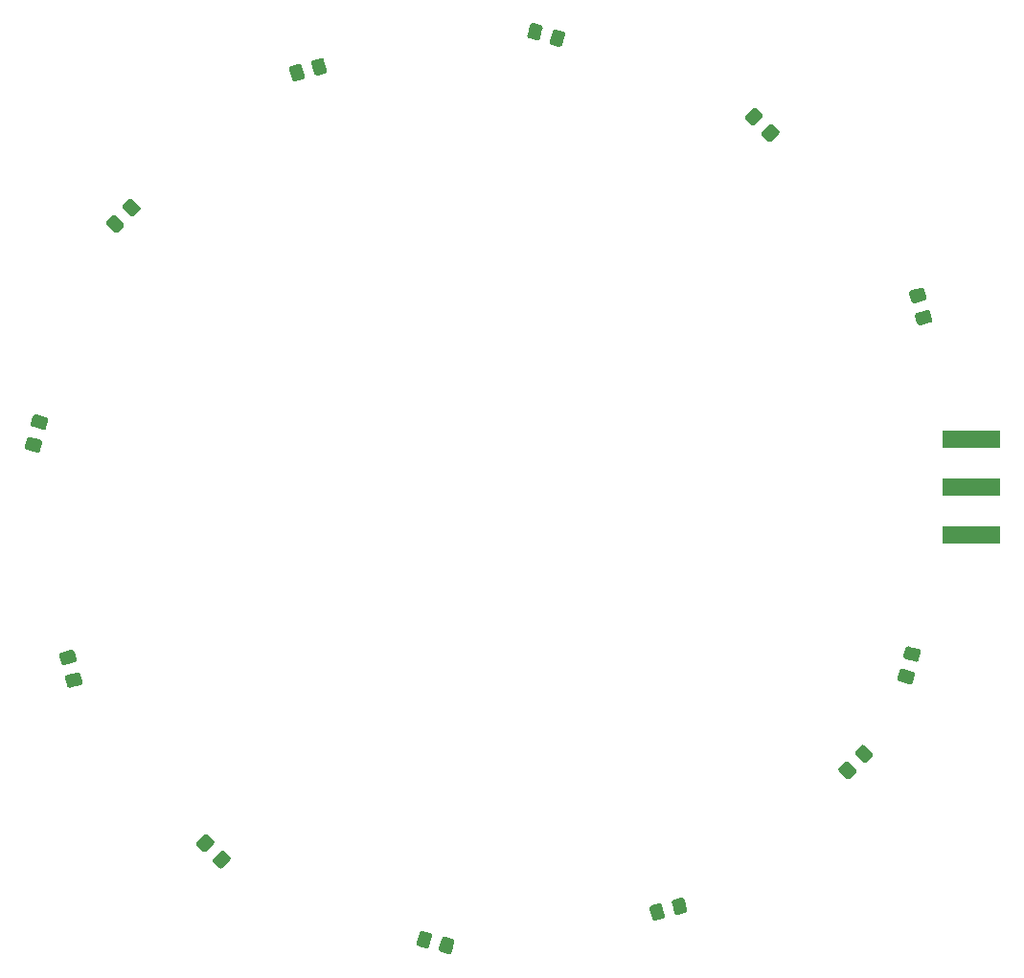
<source format=gbr>
G04 #@! TF.GenerationSoftware,KiCad,Pcbnew,5.1.5-52549c5~84~ubuntu18.04.1*
G04 #@! TF.CreationDate,2020-04-11T00:10:23+01:00*
G04 #@! TF.ProjectId,ambient,616d6269-656e-4742-9e6b-696361645f70,rev?*
G04 #@! TF.SameCoordinates,Original*
G04 #@! TF.FileFunction,Paste,Top*
G04 #@! TF.FilePolarity,Positive*
%FSLAX46Y46*%
G04 Gerber Fmt 4.6, Leading zero omitted, Abs format (unit mm)*
G04 Created by KiCad (PCBNEW 5.1.5-52549c5~84~ubuntu18.04.1) date 2020-04-11 00:10:23*
%MOMM*%
%LPD*%
G04 APERTURE LIST*
%ADD10C,0.100000*%
%ADD11R,5.080000X1.500000*%
G04 APERTURE END LIST*
D10*
G36*
X188663762Y-84321744D02*
G01*
X188687900Y-84326136D01*
X188711490Y-84332872D01*
X188734307Y-84341889D01*
X188756130Y-84353098D01*
X188776750Y-84366393D01*
X188795967Y-84381645D01*
X188813596Y-84398707D01*
X188829468Y-84417414D01*
X188843431Y-84437587D01*
X188855348Y-84459032D01*
X188865107Y-84481542D01*
X188872611Y-84504899D01*
X189040844Y-85132753D01*
X189046024Y-85156734D01*
X189048828Y-85181107D01*
X189049229Y-85205638D01*
X189047224Y-85230089D01*
X189042832Y-85254227D01*
X189036096Y-85277818D01*
X189027079Y-85300634D01*
X189015869Y-85322457D01*
X189002575Y-85343077D01*
X188987323Y-85362294D01*
X188970261Y-85379923D01*
X188951554Y-85395796D01*
X188931380Y-85409758D01*
X188909936Y-85421675D01*
X188887426Y-85431434D01*
X188864069Y-85438938D01*
X187994734Y-85671876D01*
X187970753Y-85677056D01*
X187946380Y-85679860D01*
X187921849Y-85680261D01*
X187897398Y-85678256D01*
X187873260Y-85673864D01*
X187849670Y-85667128D01*
X187826853Y-85658111D01*
X187805030Y-85646902D01*
X187784410Y-85633607D01*
X187765193Y-85618355D01*
X187747564Y-85601293D01*
X187731692Y-85582586D01*
X187717729Y-85562413D01*
X187705812Y-85540968D01*
X187696053Y-85518458D01*
X187688549Y-85495101D01*
X187520316Y-84867247D01*
X187515136Y-84843266D01*
X187512332Y-84818893D01*
X187511931Y-84794362D01*
X187513936Y-84769911D01*
X187518328Y-84745773D01*
X187525064Y-84722182D01*
X187534081Y-84699366D01*
X187545291Y-84677543D01*
X187558585Y-84656923D01*
X187573837Y-84637706D01*
X187590899Y-84620077D01*
X187609606Y-84604204D01*
X187629780Y-84590242D01*
X187651224Y-84578325D01*
X187673734Y-84568566D01*
X187697091Y-84561062D01*
X188566426Y-84328124D01*
X188590407Y-84322944D01*
X188614780Y-84320140D01*
X188639311Y-84319739D01*
X188663762Y-84321744D01*
G37*
G36*
X188133182Y-82341596D02*
G01*
X188157320Y-82345988D01*
X188180910Y-82352724D01*
X188203727Y-82361741D01*
X188225550Y-82372950D01*
X188246170Y-82386245D01*
X188265387Y-82401497D01*
X188283016Y-82418559D01*
X188298888Y-82437266D01*
X188312851Y-82457439D01*
X188324768Y-82478884D01*
X188334527Y-82501394D01*
X188342031Y-82524751D01*
X188510264Y-83152605D01*
X188515444Y-83176586D01*
X188518248Y-83200959D01*
X188518649Y-83225490D01*
X188516644Y-83249941D01*
X188512252Y-83274079D01*
X188505516Y-83297670D01*
X188496499Y-83320486D01*
X188485289Y-83342309D01*
X188471995Y-83362929D01*
X188456743Y-83382146D01*
X188439681Y-83399775D01*
X188420974Y-83415648D01*
X188400800Y-83429610D01*
X188379356Y-83441527D01*
X188356846Y-83451286D01*
X188333489Y-83458790D01*
X187464154Y-83691728D01*
X187440173Y-83696908D01*
X187415800Y-83699712D01*
X187391269Y-83700113D01*
X187366818Y-83698108D01*
X187342680Y-83693716D01*
X187319090Y-83686980D01*
X187296273Y-83677963D01*
X187274450Y-83666754D01*
X187253830Y-83653459D01*
X187234613Y-83638207D01*
X187216984Y-83621145D01*
X187201112Y-83602438D01*
X187187149Y-83582265D01*
X187175232Y-83560820D01*
X187165473Y-83538310D01*
X187157969Y-83514953D01*
X186989736Y-82887099D01*
X186984556Y-82863118D01*
X186981752Y-82838745D01*
X186981351Y-82814214D01*
X186983356Y-82789763D01*
X186987748Y-82765625D01*
X186994484Y-82742034D01*
X187003501Y-82719218D01*
X187014711Y-82697395D01*
X187028005Y-82676775D01*
X187043257Y-82657558D01*
X187060319Y-82639929D01*
X187079026Y-82624056D01*
X187099200Y-82610094D01*
X187120644Y-82598177D01*
X187143154Y-82588418D01*
X187166511Y-82580914D01*
X188035846Y-82347976D01*
X188059827Y-82342796D01*
X188084200Y-82339992D01*
X188108731Y-82339591D01*
X188133182Y-82341596D01*
G37*
G36*
X173378330Y-66418608D02*
G01*
X173402598Y-66422208D01*
X173426397Y-66428169D01*
X173449496Y-66436434D01*
X173471675Y-66446924D01*
X173492718Y-66459536D01*
X173512424Y-66474151D01*
X173530602Y-66490627D01*
X173990223Y-66950248D01*
X174006699Y-66968426D01*
X174021314Y-66988132D01*
X174033926Y-67009175D01*
X174044416Y-67031354D01*
X174052681Y-67054453D01*
X174058642Y-67078252D01*
X174062242Y-67102520D01*
X174063446Y-67127024D01*
X174062242Y-67151528D01*
X174058642Y-67175796D01*
X174052681Y-67199595D01*
X174044416Y-67222694D01*
X174033926Y-67244873D01*
X174021314Y-67265916D01*
X174006699Y-67285622D01*
X173990223Y-67303800D01*
X173353826Y-67940197D01*
X173335648Y-67956673D01*
X173315942Y-67971288D01*
X173294899Y-67983900D01*
X173272720Y-67994390D01*
X173249621Y-68002655D01*
X173225822Y-68008616D01*
X173201554Y-68012216D01*
X173177050Y-68013420D01*
X173152546Y-68012216D01*
X173128278Y-68008616D01*
X173104479Y-68002655D01*
X173081380Y-67994390D01*
X173059201Y-67983900D01*
X173038158Y-67971288D01*
X173018452Y-67956673D01*
X173000274Y-67940197D01*
X172540653Y-67480576D01*
X172524177Y-67462398D01*
X172509562Y-67442692D01*
X172496950Y-67421649D01*
X172486460Y-67399470D01*
X172478195Y-67376371D01*
X172472234Y-67352572D01*
X172468634Y-67328304D01*
X172467430Y-67303800D01*
X172468634Y-67279296D01*
X172472234Y-67255028D01*
X172478195Y-67231229D01*
X172486460Y-67208130D01*
X172496950Y-67185951D01*
X172509562Y-67164908D01*
X172524177Y-67145202D01*
X172540653Y-67127024D01*
X173177050Y-66490627D01*
X173195228Y-66474151D01*
X173214934Y-66459536D01*
X173235977Y-66446924D01*
X173258156Y-66436434D01*
X173281255Y-66428169D01*
X173305054Y-66422208D01*
X173329322Y-66418608D01*
X173353826Y-66417404D01*
X173378330Y-66418608D01*
G37*
G36*
X174827898Y-67868176D02*
G01*
X174852166Y-67871776D01*
X174875965Y-67877737D01*
X174899064Y-67886002D01*
X174921243Y-67896492D01*
X174942286Y-67909104D01*
X174961992Y-67923719D01*
X174980170Y-67940195D01*
X175439791Y-68399816D01*
X175456267Y-68417994D01*
X175470882Y-68437700D01*
X175483494Y-68458743D01*
X175493984Y-68480922D01*
X175502249Y-68504021D01*
X175508210Y-68527820D01*
X175511810Y-68552088D01*
X175513014Y-68576592D01*
X175511810Y-68601096D01*
X175508210Y-68625364D01*
X175502249Y-68649163D01*
X175493984Y-68672262D01*
X175483494Y-68694441D01*
X175470882Y-68715484D01*
X175456267Y-68735190D01*
X175439791Y-68753368D01*
X174803394Y-69389765D01*
X174785216Y-69406241D01*
X174765510Y-69420856D01*
X174744467Y-69433468D01*
X174722288Y-69443958D01*
X174699189Y-69452223D01*
X174675390Y-69458184D01*
X174651122Y-69461784D01*
X174626618Y-69462988D01*
X174602114Y-69461784D01*
X174577846Y-69458184D01*
X174554047Y-69452223D01*
X174530948Y-69443958D01*
X174508769Y-69433468D01*
X174487726Y-69420856D01*
X174468020Y-69406241D01*
X174449842Y-69389765D01*
X173990221Y-68930144D01*
X173973745Y-68911966D01*
X173959130Y-68892260D01*
X173946518Y-68871217D01*
X173936028Y-68849038D01*
X173927763Y-68825939D01*
X173921802Y-68802140D01*
X173918202Y-68777872D01*
X173916998Y-68753368D01*
X173918202Y-68728864D01*
X173921802Y-68704596D01*
X173927763Y-68680797D01*
X173936028Y-68657698D01*
X173946518Y-68635519D01*
X173959130Y-68614476D01*
X173973745Y-68594770D01*
X173990221Y-68576592D01*
X174626618Y-67940195D01*
X174644796Y-67923719D01*
X174664502Y-67909104D01*
X174685545Y-67896492D01*
X174707724Y-67886002D01*
X174730823Y-67877737D01*
X174754622Y-67871776D01*
X174778890Y-67868176D01*
X174803394Y-67866972D01*
X174827898Y-67868176D01*
G37*
G36*
X153734291Y-58950222D02*
G01*
X153758664Y-58953026D01*
X153782645Y-58958206D01*
X154410499Y-59126439D01*
X154433856Y-59133943D01*
X154456366Y-59143702D01*
X154477810Y-59155619D01*
X154497984Y-59169581D01*
X154516691Y-59185454D01*
X154533753Y-59203083D01*
X154549005Y-59222300D01*
X154562299Y-59242920D01*
X154573509Y-59264743D01*
X154582526Y-59287559D01*
X154589262Y-59311150D01*
X154593654Y-59335288D01*
X154595659Y-59359739D01*
X154595258Y-59384270D01*
X154592454Y-59408643D01*
X154587274Y-59432624D01*
X154354336Y-60301959D01*
X154346832Y-60325316D01*
X154337073Y-60347826D01*
X154325156Y-60369271D01*
X154311193Y-60389444D01*
X154295321Y-60408151D01*
X154277692Y-60425213D01*
X154258475Y-60440465D01*
X154237855Y-60453760D01*
X154216032Y-60464969D01*
X154193215Y-60473986D01*
X154169625Y-60480722D01*
X154145487Y-60485114D01*
X154121036Y-60487119D01*
X154096505Y-60486718D01*
X154072132Y-60483914D01*
X154048151Y-60478734D01*
X153420297Y-60310501D01*
X153396940Y-60302997D01*
X153374430Y-60293238D01*
X153352986Y-60281321D01*
X153332812Y-60267359D01*
X153314105Y-60251486D01*
X153297043Y-60233857D01*
X153281791Y-60214640D01*
X153268497Y-60194020D01*
X153257287Y-60172197D01*
X153248270Y-60149381D01*
X153241534Y-60125790D01*
X153237142Y-60101652D01*
X153235137Y-60077201D01*
X153235538Y-60052670D01*
X153238342Y-60028297D01*
X153243522Y-60004316D01*
X153476460Y-59134981D01*
X153483964Y-59111624D01*
X153493723Y-59089114D01*
X153505640Y-59067669D01*
X153519603Y-59047496D01*
X153535475Y-59028789D01*
X153553104Y-59011727D01*
X153572321Y-58996475D01*
X153592941Y-58983180D01*
X153614764Y-58971971D01*
X153637581Y-58962954D01*
X153661171Y-58956218D01*
X153685309Y-58951826D01*
X153709760Y-58949821D01*
X153734291Y-58950222D01*
G37*
G36*
X155714439Y-59480802D02*
G01*
X155738812Y-59483606D01*
X155762793Y-59488786D01*
X156390647Y-59657019D01*
X156414004Y-59664523D01*
X156436514Y-59674282D01*
X156457958Y-59686199D01*
X156478132Y-59700161D01*
X156496839Y-59716034D01*
X156513901Y-59733663D01*
X156529153Y-59752880D01*
X156542447Y-59773500D01*
X156553657Y-59795323D01*
X156562674Y-59818139D01*
X156569410Y-59841730D01*
X156573802Y-59865868D01*
X156575807Y-59890319D01*
X156575406Y-59914850D01*
X156572602Y-59939223D01*
X156567422Y-59963204D01*
X156334484Y-60832539D01*
X156326980Y-60855896D01*
X156317221Y-60878406D01*
X156305304Y-60899851D01*
X156291341Y-60920024D01*
X156275469Y-60938731D01*
X156257840Y-60955793D01*
X156238623Y-60971045D01*
X156218003Y-60984340D01*
X156196180Y-60995549D01*
X156173363Y-61004566D01*
X156149773Y-61011302D01*
X156125635Y-61015694D01*
X156101184Y-61017699D01*
X156076653Y-61017298D01*
X156052280Y-61014494D01*
X156028299Y-61009314D01*
X155400445Y-60841081D01*
X155377088Y-60833577D01*
X155354578Y-60823818D01*
X155333134Y-60811901D01*
X155312960Y-60797939D01*
X155294253Y-60782066D01*
X155277191Y-60764437D01*
X155261939Y-60745220D01*
X155248645Y-60724600D01*
X155237435Y-60702777D01*
X155228418Y-60679961D01*
X155221682Y-60656370D01*
X155217290Y-60632232D01*
X155215285Y-60607781D01*
X155215686Y-60583250D01*
X155218490Y-60558877D01*
X155223670Y-60534896D01*
X155456608Y-59665561D01*
X155464112Y-59642204D01*
X155473871Y-59619694D01*
X155485788Y-59598249D01*
X155499751Y-59578076D01*
X155515623Y-59559369D01*
X155533252Y-59542307D01*
X155552469Y-59527055D01*
X155573089Y-59513760D01*
X155594912Y-59502551D01*
X155617729Y-59493534D01*
X155641319Y-59486798D01*
X155665457Y-59482406D01*
X155689908Y-59480401D01*
X155714439Y-59480802D01*
G37*
G36*
X133084587Y-62550407D02*
G01*
X133108725Y-62554799D01*
X133132316Y-62561535D01*
X133155132Y-62570552D01*
X133176955Y-62581762D01*
X133197575Y-62595056D01*
X133216792Y-62610308D01*
X133234421Y-62627370D01*
X133250294Y-62646077D01*
X133264256Y-62666251D01*
X133276173Y-62687695D01*
X133285932Y-62710205D01*
X133293436Y-62733562D01*
X133526374Y-63602897D01*
X133531554Y-63626878D01*
X133534358Y-63651251D01*
X133534759Y-63675782D01*
X133532754Y-63700233D01*
X133528362Y-63724371D01*
X133521626Y-63747961D01*
X133512609Y-63770778D01*
X133501400Y-63792601D01*
X133488105Y-63813221D01*
X133472853Y-63832438D01*
X133455791Y-63850067D01*
X133437084Y-63865939D01*
X133416911Y-63879902D01*
X133395466Y-63891819D01*
X133372956Y-63901578D01*
X133349599Y-63909082D01*
X132721745Y-64077315D01*
X132697764Y-64082495D01*
X132673391Y-64085299D01*
X132648860Y-64085700D01*
X132624409Y-64083695D01*
X132600271Y-64079303D01*
X132576680Y-64072567D01*
X132553864Y-64063550D01*
X132532041Y-64052340D01*
X132511421Y-64039046D01*
X132492204Y-64023794D01*
X132474575Y-64006732D01*
X132458702Y-63988025D01*
X132444740Y-63967851D01*
X132432823Y-63946407D01*
X132423064Y-63923897D01*
X132415560Y-63900540D01*
X132182622Y-63031205D01*
X132177442Y-63007224D01*
X132174638Y-62982851D01*
X132174237Y-62958320D01*
X132176242Y-62933869D01*
X132180634Y-62909731D01*
X132187370Y-62886141D01*
X132196387Y-62863324D01*
X132207596Y-62841501D01*
X132220891Y-62820881D01*
X132236143Y-62801664D01*
X132253205Y-62784035D01*
X132271912Y-62768163D01*
X132292085Y-62754200D01*
X132313530Y-62742283D01*
X132336040Y-62732524D01*
X132359397Y-62725020D01*
X132987251Y-62556787D01*
X133011232Y-62551607D01*
X133035605Y-62548803D01*
X133060136Y-62548402D01*
X133084587Y-62550407D01*
G37*
G36*
X135064735Y-62019827D02*
G01*
X135088873Y-62024219D01*
X135112464Y-62030955D01*
X135135280Y-62039972D01*
X135157103Y-62051182D01*
X135177723Y-62064476D01*
X135196940Y-62079728D01*
X135214569Y-62096790D01*
X135230442Y-62115497D01*
X135244404Y-62135671D01*
X135256321Y-62157115D01*
X135266080Y-62179625D01*
X135273584Y-62202982D01*
X135506522Y-63072317D01*
X135511702Y-63096298D01*
X135514506Y-63120671D01*
X135514907Y-63145202D01*
X135512902Y-63169653D01*
X135508510Y-63193791D01*
X135501774Y-63217381D01*
X135492757Y-63240198D01*
X135481548Y-63262021D01*
X135468253Y-63282641D01*
X135453001Y-63301858D01*
X135435939Y-63319487D01*
X135417232Y-63335359D01*
X135397059Y-63349322D01*
X135375614Y-63361239D01*
X135353104Y-63370998D01*
X135329747Y-63378502D01*
X134701893Y-63546735D01*
X134677912Y-63551915D01*
X134653539Y-63554719D01*
X134629008Y-63555120D01*
X134604557Y-63553115D01*
X134580419Y-63548723D01*
X134556828Y-63541987D01*
X134534012Y-63532970D01*
X134512189Y-63521760D01*
X134491569Y-63508466D01*
X134472352Y-63493214D01*
X134454723Y-63476152D01*
X134438850Y-63457445D01*
X134424888Y-63437271D01*
X134412971Y-63415827D01*
X134403212Y-63393317D01*
X134395708Y-63369960D01*
X134162770Y-62500625D01*
X134157590Y-62476644D01*
X134154786Y-62452271D01*
X134154385Y-62427740D01*
X134156390Y-62403289D01*
X134160782Y-62379151D01*
X134167518Y-62355561D01*
X134176535Y-62332744D01*
X134187744Y-62310921D01*
X134201039Y-62290301D01*
X134216291Y-62271084D01*
X134233353Y-62253455D01*
X134252060Y-62237583D01*
X134272233Y-62223620D01*
X134293678Y-62211703D01*
X134316188Y-62201944D01*
X134339545Y-62194440D01*
X134967399Y-62026207D01*
X134991380Y-62021027D01*
X135015753Y-62018223D01*
X135040284Y-62017822D01*
X135064735Y-62019827D01*
G37*
G36*
X116732969Y-75907428D02*
G01*
X116757237Y-75911028D01*
X116781036Y-75916989D01*
X116804135Y-75925254D01*
X116826314Y-75935744D01*
X116847357Y-75948356D01*
X116867063Y-75962971D01*
X116885241Y-75979447D01*
X117521638Y-76615844D01*
X117538114Y-76634022D01*
X117552729Y-76653728D01*
X117565341Y-76674771D01*
X117575831Y-76696950D01*
X117584096Y-76720049D01*
X117590057Y-76743848D01*
X117593657Y-76768116D01*
X117594861Y-76792620D01*
X117593657Y-76817124D01*
X117590057Y-76841392D01*
X117584096Y-76865191D01*
X117575831Y-76888290D01*
X117565341Y-76910469D01*
X117552729Y-76931512D01*
X117538114Y-76951218D01*
X117521638Y-76969396D01*
X117062017Y-77429017D01*
X117043839Y-77445493D01*
X117024133Y-77460108D01*
X117003090Y-77472720D01*
X116980911Y-77483210D01*
X116957812Y-77491475D01*
X116934013Y-77497436D01*
X116909745Y-77501036D01*
X116885241Y-77502240D01*
X116860737Y-77501036D01*
X116836469Y-77497436D01*
X116812670Y-77491475D01*
X116789571Y-77483210D01*
X116767392Y-77472720D01*
X116746349Y-77460108D01*
X116726643Y-77445493D01*
X116708465Y-77429017D01*
X116072068Y-76792620D01*
X116055592Y-76774442D01*
X116040977Y-76754736D01*
X116028365Y-76733693D01*
X116017875Y-76711514D01*
X116009610Y-76688415D01*
X116003649Y-76664616D01*
X116000049Y-76640348D01*
X115998845Y-76615844D01*
X116000049Y-76591340D01*
X116003649Y-76567072D01*
X116009610Y-76543273D01*
X116017875Y-76520174D01*
X116028365Y-76497995D01*
X116040977Y-76476952D01*
X116055592Y-76457246D01*
X116072068Y-76439068D01*
X116531689Y-75979447D01*
X116549867Y-75962971D01*
X116569573Y-75948356D01*
X116590616Y-75935744D01*
X116612795Y-75925254D01*
X116635894Y-75916989D01*
X116659693Y-75911028D01*
X116683961Y-75907428D01*
X116708465Y-75906224D01*
X116732969Y-75907428D01*
G37*
G36*
X118182537Y-74457860D02*
G01*
X118206805Y-74461460D01*
X118230604Y-74467421D01*
X118253703Y-74475686D01*
X118275882Y-74486176D01*
X118296925Y-74498788D01*
X118316631Y-74513403D01*
X118334809Y-74529879D01*
X118971206Y-75166276D01*
X118987682Y-75184454D01*
X119002297Y-75204160D01*
X119014909Y-75225203D01*
X119025399Y-75247382D01*
X119033664Y-75270481D01*
X119039625Y-75294280D01*
X119043225Y-75318548D01*
X119044429Y-75343052D01*
X119043225Y-75367556D01*
X119039625Y-75391824D01*
X119033664Y-75415623D01*
X119025399Y-75438722D01*
X119014909Y-75460901D01*
X119002297Y-75481944D01*
X118987682Y-75501650D01*
X118971206Y-75519828D01*
X118511585Y-75979449D01*
X118493407Y-75995925D01*
X118473701Y-76010540D01*
X118452658Y-76023152D01*
X118430479Y-76033642D01*
X118407380Y-76041907D01*
X118383581Y-76047868D01*
X118359313Y-76051468D01*
X118334809Y-76052672D01*
X118310305Y-76051468D01*
X118286037Y-76047868D01*
X118262238Y-76041907D01*
X118239139Y-76033642D01*
X118216960Y-76023152D01*
X118195917Y-76010540D01*
X118176211Y-75995925D01*
X118158033Y-75979449D01*
X117521636Y-75343052D01*
X117505160Y-75324874D01*
X117490545Y-75305168D01*
X117477933Y-75284125D01*
X117467443Y-75261946D01*
X117459178Y-75238847D01*
X117453217Y-75215048D01*
X117449617Y-75190780D01*
X117448413Y-75166276D01*
X117449617Y-75141772D01*
X117453217Y-75117504D01*
X117459178Y-75093705D01*
X117467443Y-75070606D01*
X117477933Y-75048427D01*
X117490545Y-75027384D01*
X117505160Y-75007678D01*
X117521636Y-74989500D01*
X117981257Y-74529879D01*
X117999435Y-74513403D01*
X118019141Y-74498788D01*
X118040184Y-74486176D01*
X118062363Y-74475686D01*
X118085462Y-74467421D01*
X118109261Y-74461460D01*
X118133529Y-74457860D01*
X118158033Y-74456656D01*
X118182537Y-74457860D01*
G37*
G36*
X109271897Y-95551189D02*
G01*
X109296270Y-95553993D01*
X109320251Y-95559173D01*
X110189586Y-95792111D01*
X110212943Y-95799615D01*
X110235453Y-95809374D01*
X110256898Y-95821291D01*
X110277071Y-95835254D01*
X110295778Y-95851126D01*
X110312840Y-95868755D01*
X110328092Y-95887972D01*
X110341387Y-95908592D01*
X110352596Y-95930415D01*
X110361613Y-95953232D01*
X110368349Y-95976822D01*
X110372741Y-96000960D01*
X110374746Y-96025411D01*
X110374345Y-96049942D01*
X110371541Y-96074315D01*
X110366361Y-96098296D01*
X110198128Y-96726150D01*
X110190624Y-96749507D01*
X110180865Y-96772017D01*
X110168948Y-96793461D01*
X110154986Y-96813635D01*
X110139113Y-96832342D01*
X110121484Y-96849404D01*
X110102267Y-96864656D01*
X110081647Y-96877950D01*
X110059824Y-96889160D01*
X110037008Y-96898177D01*
X110013417Y-96904913D01*
X109989279Y-96909305D01*
X109964828Y-96911310D01*
X109940297Y-96910909D01*
X109915924Y-96908105D01*
X109891943Y-96902925D01*
X109022608Y-96669987D01*
X108999251Y-96662483D01*
X108976741Y-96652724D01*
X108955296Y-96640807D01*
X108935123Y-96626844D01*
X108916416Y-96610972D01*
X108899354Y-96593343D01*
X108884102Y-96574126D01*
X108870807Y-96553506D01*
X108859598Y-96531683D01*
X108850581Y-96508866D01*
X108843845Y-96485276D01*
X108839453Y-96461138D01*
X108837448Y-96436687D01*
X108837849Y-96412156D01*
X108840653Y-96387783D01*
X108845833Y-96363802D01*
X109014066Y-95735948D01*
X109021570Y-95712591D01*
X109031329Y-95690081D01*
X109043246Y-95668637D01*
X109057208Y-95648463D01*
X109073081Y-95629756D01*
X109090710Y-95612694D01*
X109109927Y-95597442D01*
X109130547Y-95584148D01*
X109152370Y-95572938D01*
X109175186Y-95563921D01*
X109198777Y-95557185D01*
X109222915Y-95552793D01*
X109247366Y-95550788D01*
X109271897Y-95551189D01*
G37*
G36*
X109802477Y-93571041D02*
G01*
X109826850Y-93573845D01*
X109850831Y-93579025D01*
X110720166Y-93811963D01*
X110743523Y-93819467D01*
X110766033Y-93829226D01*
X110787478Y-93841143D01*
X110807651Y-93855106D01*
X110826358Y-93870978D01*
X110843420Y-93888607D01*
X110858672Y-93907824D01*
X110871967Y-93928444D01*
X110883176Y-93950267D01*
X110892193Y-93973084D01*
X110898929Y-93996674D01*
X110903321Y-94020812D01*
X110905326Y-94045263D01*
X110904925Y-94069794D01*
X110902121Y-94094167D01*
X110896941Y-94118148D01*
X110728708Y-94746002D01*
X110721204Y-94769359D01*
X110711445Y-94791869D01*
X110699528Y-94813313D01*
X110685566Y-94833487D01*
X110669693Y-94852194D01*
X110652064Y-94869256D01*
X110632847Y-94884508D01*
X110612227Y-94897802D01*
X110590404Y-94909012D01*
X110567588Y-94918029D01*
X110543997Y-94924765D01*
X110519859Y-94929157D01*
X110495408Y-94931162D01*
X110470877Y-94930761D01*
X110446504Y-94927957D01*
X110422523Y-94922777D01*
X109553188Y-94689839D01*
X109529831Y-94682335D01*
X109507321Y-94672576D01*
X109485876Y-94660659D01*
X109465703Y-94646696D01*
X109446996Y-94630824D01*
X109429934Y-94613195D01*
X109414682Y-94593978D01*
X109401387Y-94573358D01*
X109390178Y-94551535D01*
X109381161Y-94528718D01*
X109374425Y-94505128D01*
X109370033Y-94480990D01*
X109368028Y-94456539D01*
X109368429Y-94432008D01*
X109371233Y-94407635D01*
X109376413Y-94383654D01*
X109544646Y-93755800D01*
X109552150Y-93732443D01*
X109561909Y-93709933D01*
X109573826Y-93688489D01*
X109587788Y-93668315D01*
X109603661Y-93649608D01*
X109621290Y-93632546D01*
X109640507Y-93617294D01*
X109661127Y-93604000D01*
X109682950Y-93592790D01*
X109705766Y-93583773D01*
X109729357Y-93577037D01*
X109753495Y-93572645D01*
X109777946Y-93570640D01*
X109802477Y-93571041D01*
G37*
G36*
X113523156Y-116372211D02*
G01*
X113547294Y-116376603D01*
X113570884Y-116383339D01*
X113593701Y-116392356D01*
X113615524Y-116403565D01*
X113636144Y-116416860D01*
X113655361Y-116432112D01*
X113672990Y-116449174D01*
X113688862Y-116467881D01*
X113702825Y-116488054D01*
X113714742Y-116509499D01*
X113724501Y-116532009D01*
X113732005Y-116555366D01*
X113900238Y-117183220D01*
X113905418Y-117207201D01*
X113908222Y-117231574D01*
X113908623Y-117256105D01*
X113906618Y-117280556D01*
X113902226Y-117304694D01*
X113895490Y-117328285D01*
X113886473Y-117351101D01*
X113875263Y-117372924D01*
X113861969Y-117393544D01*
X113846717Y-117412761D01*
X113829655Y-117430390D01*
X113810948Y-117446263D01*
X113790774Y-117460225D01*
X113769330Y-117472142D01*
X113746820Y-117481901D01*
X113723463Y-117489405D01*
X112854128Y-117722343D01*
X112830147Y-117727523D01*
X112805774Y-117730327D01*
X112781243Y-117730728D01*
X112756792Y-117728723D01*
X112732654Y-117724331D01*
X112709064Y-117717595D01*
X112686247Y-117708578D01*
X112664424Y-117697369D01*
X112643804Y-117684074D01*
X112624587Y-117668822D01*
X112606958Y-117651760D01*
X112591086Y-117633053D01*
X112577123Y-117612880D01*
X112565206Y-117591435D01*
X112555447Y-117568925D01*
X112547943Y-117545568D01*
X112379710Y-116917714D01*
X112374530Y-116893733D01*
X112371726Y-116869360D01*
X112371325Y-116844829D01*
X112373330Y-116820378D01*
X112377722Y-116796240D01*
X112384458Y-116772649D01*
X112393475Y-116749833D01*
X112404685Y-116728010D01*
X112417979Y-116707390D01*
X112433231Y-116688173D01*
X112450293Y-116670544D01*
X112469000Y-116654671D01*
X112489174Y-116640709D01*
X112510618Y-116628792D01*
X112533128Y-116619033D01*
X112556485Y-116611529D01*
X113425820Y-116378591D01*
X113449801Y-116373411D01*
X113474174Y-116370607D01*
X113498705Y-116370206D01*
X113523156Y-116372211D01*
G37*
G36*
X112992576Y-114392063D02*
G01*
X113016714Y-114396455D01*
X113040304Y-114403191D01*
X113063121Y-114412208D01*
X113084944Y-114423417D01*
X113105564Y-114436712D01*
X113124781Y-114451964D01*
X113142410Y-114469026D01*
X113158282Y-114487733D01*
X113172245Y-114507906D01*
X113184162Y-114529351D01*
X113193921Y-114551861D01*
X113201425Y-114575218D01*
X113369658Y-115203072D01*
X113374838Y-115227053D01*
X113377642Y-115251426D01*
X113378043Y-115275957D01*
X113376038Y-115300408D01*
X113371646Y-115324546D01*
X113364910Y-115348137D01*
X113355893Y-115370953D01*
X113344683Y-115392776D01*
X113331389Y-115413396D01*
X113316137Y-115432613D01*
X113299075Y-115450242D01*
X113280368Y-115466115D01*
X113260194Y-115480077D01*
X113238750Y-115491994D01*
X113216240Y-115501753D01*
X113192883Y-115509257D01*
X112323548Y-115742195D01*
X112299567Y-115747375D01*
X112275194Y-115750179D01*
X112250663Y-115750580D01*
X112226212Y-115748575D01*
X112202074Y-115744183D01*
X112178484Y-115737447D01*
X112155667Y-115728430D01*
X112133844Y-115717221D01*
X112113224Y-115703926D01*
X112094007Y-115688674D01*
X112076378Y-115671612D01*
X112060506Y-115652905D01*
X112046543Y-115632732D01*
X112034626Y-115611287D01*
X112024867Y-115588777D01*
X112017363Y-115565420D01*
X111849130Y-114937566D01*
X111843950Y-114913585D01*
X111841146Y-114889212D01*
X111840745Y-114864681D01*
X111842750Y-114840230D01*
X111847142Y-114816092D01*
X111853878Y-114792501D01*
X111862895Y-114769685D01*
X111874105Y-114747862D01*
X111887399Y-114727242D01*
X111902651Y-114708025D01*
X111919713Y-114690396D01*
X111938420Y-114674523D01*
X111958594Y-114660561D01*
X111980038Y-114648644D01*
X112002548Y-114638885D01*
X112025905Y-114631381D01*
X112895240Y-114398443D01*
X112919221Y-114393263D01*
X112943594Y-114390459D01*
X112968125Y-114390058D01*
X112992576Y-114392063D01*
G37*
G36*
X126333860Y-132134531D02*
G01*
X126358128Y-132138131D01*
X126381927Y-132144092D01*
X126405026Y-132152357D01*
X126427205Y-132162847D01*
X126448248Y-132175459D01*
X126467954Y-132190074D01*
X126486132Y-132206550D01*
X126945753Y-132666171D01*
X126962229Y-132684349D01*
X126976844Y-132704055D01*
X126989456Y-132725098D01*
X126999946Y-132747277D01*
X127008211Y-132770376D01*
X127014172Y-132794175D01*
X127017772Y-132818443D01*
X127018976Y-132842947D01*
X127017772Y-132867451D01*
X127014172Y-132891719D01*
X127008211Y-132915518D01*
X126999946Y-132938617D01*
X126989456Y-132960796D01*
X126976844Y-132981839D01*
X126962229Y-133001545D01*
X126945753Y-133019723D01*
X126309356Y-133656120D01*
X126291178Y-133672596D01*
X126271472Y-133687211D01*
X126250429Y-133699823D01*
X126228250Y-133710313D01*
X126205151Y-133718578D01*
X126181352Y-133724539D01*
X126157084Y-133728139D01*
X126132580Y-133729343D01*
X126108076Y-133728139D01*
X126083808Y-133724539D01*
X126060009Y-133718578D01*
X126036910Y-133710313D01*
X126014731Y-133699823D01*
X125993688Y-133687211D01*
X125973982Y-133672596D01*
X125955804Y-133656120D01*
X125496183Y-133196499D01*
X125479707Y-133178321D01*
X125465092Y-133158615D01*
X125452480Y-133137572D01*
X125441990Y-133115393D01*
X125433725Y-133092294D01*
X125427764Y-133068495D01*
X125424164Y-133044227D01*
X125422960Y-133019723D01*
X125424164Y-132995219D01*
X125427764Y-132970951D01*
X125433725Y-132947152D01*
X125441990Y-132924053D01*
X125452480Y-132901874D01*
X125465092Y-132880831D01*
X125479707Y-132861125D01*
X125496183Y-132842947D01*
X126132580Y-132206550D01*
X126150758Y-132190074D01*
X126170464Y-132175459D01*
X126191507Y-132162847D01*
X126213686Y-132152357D01*
X126236785Y-132144092D01*
X126260584Y-132138131D01*
X126284852Y-132134531D01*
X126309356Y-132133327D01*
X126333860Y-132134531D01*
G37*
G36*
X124884292Y-130684963D02*
G01*
X124908560Y-130688563D01*
X124932359Y-130694524D01*
X124955458Y-130702789D01*
X124977637Y-130713279D01*
X124998680Y-130725891D01*
X125018386Y-130740506D01*
X125036564Y-130756982D01*
X125496185Y-131216603D01*
X125512661Y-131234781D01*
X125527276Y-131254487D01*
X125539888Y-131275530D01*
X125550378Y-131297709D01*
X125558643Y-131320808D01*
X125564604Y-131344607D01*
X125568204Y-131368875D01*
X125569408Y-131393379D01*
X125568204Y-131417883D01*
X125564604Y-131442151D01*
X125558643Y-131465950D01*
X125550378Y-131489049D01*
X125539888Y-131511228D01*
X125527276Y-131532271D01*
X125512661Y-131551977D01*
X125496185Y-131570155D01*
X124859788Y-132206552D01*
X124841610Y-132223028D01*
X124821904Y-132237643D01*
X124800861Y-132250255D01*
X124778682Y-132260745D01*
X124755583Y-132269010D01*
X124731784Y-132274971D01*
X124707516Y-132278571D01*
X124683012Y-132279775D01*
X124658508Y-132278571D01*
X124634240Y-132274971D01*
X124610441Y-132269010D01*
X124587342Y-132260745D01*
X124565163Y-132250255D01*
X124544120Y-132237643D01*
X124524414Y-132223028D01*
X124506236Y-132206552D01*
X124046615Y-131746931D01*
X124030139Y-131728753D01*
X124015524Y-131709047D01*
X124002912Y-131688004D01*
X123992422Y-131665825D01*
X123984157Y-131642726D01*
X123978196Y-131618927D01*
X123974596Y-131594659D01*
X123973392Y-131570155D01*
X123974596Y-131545651D01*
X123978196Y-131521383D01*
X123984157Y-131497584D01*
X123992422Y-131474485D01*
X124002912Y-131452306D01*
X124015524Y-131431263D01*
X124030139Y-131411557D01*
X124046615Y-131393379D01*
X124683012Y-130756982D01*
X124701190Y-130740506D01*
X124720896Y-130725891D01*
X124741939Y-130713279D01*
X124764118Y-130702789D01*
X124787217Y-130694524D01*
X124811016Y-130688563D01*
X124835284Y-130684963D01*
X124859788Y-130683759D01*
X124884292Y-130684963D01*
G37*
G36*
X145937569Y-139772101D02*
G01*
X145961942Y-139774905D01*
X145985923Y-139780085D01*
X146613777Y-139948318D01*
X146637134Y-139955822D01*
X146659644Y-139965581D01*
X146681088Y-139977498D01*
X146701262Y-139991460D01*
X146719969Y-140007333D01*
X146737031Y-140024962D01*
X146752283Y-140044179D01*
X146765577Y-140064799D01*
X146776787Y-140086622D01*
X146785804Y-140109438D01*
X146792540Y-140133029D01*
X146796932Y-140157167D01*
X146798937Y-140181618D01*
X146798536Y-140206149D01*
X146795732Y-140230522D01*
X146790552Y-140254503D01*
X146557614Y-141123838D01*
X146550110Y-141147195D01*
X146540351Y-141169705D01*
X146528434Y-141191150D01*
X146514471Y-141211323D01*
X146498599Y-141230030D01*
X146480970Y-141247092D01*
X146461753Y-141262344D01*
X146441133Y-141275639D01*
X146419310Y-141286848D01*
X146396493Y-141295865D01*
X146372903Y-141302601D01*
X146348765Y-141306993D01*
X146324314Y-141308998D01*
X146299783Y-141308597D01*
X146275410Y-141305793D01*
X146251429Y-141300613D01*
X145623575Y-141132380D01*
X145600218Y-141124876D01*
X145577708Y-141115117D01*
X145556264Y-141103200D01*
X145536090Y-141089238D01*
X145517383Y-141073365D01*
X145500321Y-141055736D01*
X145485069Y-141036519D01*
X145471775Y-141015899D01*
X145460565Y-140994076D01*
X145451548Y-140971260D01*
X145444812Y-140947669D01*
X145440420Y-140923531D01*
X145438415Y-140899080D01*
X145438816Y-140874549D01*
X145441620Y-140850176D01*
X145446800Y-140826195D01*
X145679738Y-139956860D01*
X145687242Y-139933503D01*
X145697001Y-139910993D01*
X145708918Y-139889548D01*
X145722881Y-139869375D01*
X145738753Y-139850668D01*
X145756382Y-139833606D01*
X145775599Y-139818354D01*
X145796219Y-139805059D01*
X145818042Y-139793850D01*
X145840859Y-139784833D01*
X145864449Y-139778097D01*
X145888587Y-139773705D01*
X145913038Y-139771700D01*
X145937569Y-139772101D01*
G37*
G36*
X143957421Y-139241521D02*
G01*
X143981794Y-139244325D01*
X144005775Y-139249505D01*
X144633629Y-139417738D01*
X144656986Y-139425242D01*
X144679496Y-139435001D01*
X144700940Y-139446918D01*
X144721114Y-139460880D01*
X144739821Y-139476753D01*
X144756883Y-139494382D01*
X144772135Y-139513599D01*
X144785429Y-139534219D01*
X144796639Y-139556042D01*
X144805656Y-139578858D01*
X144812392Y-139602449D01*
X144816784Y-139626587D01*
X144818789Y-139651038D01*
X144818388Y-139675569D01*
X144815584Y-139699942D01*
X144810404Y-139723923D01*
X144577466Y-140593258D01*
X144569962Y-140616615D01*
X144560203Y-140639125D01*
X144548286Y-140660570D01*
X144534323Y-140680743D01*
X144518451Y-140699450D01*
X144500822Y-140716512D01*
X144481605Y-140731764D01*
X144460985Y-140745059D01*
X144439162Y-140756268D01*
X144416345Y-140765285D01*
X144392755Y-140772021D01*
X144368617Y-140776413D01*
X144344166Y-140778418D01*
X144319635Y-140778017D01*
X144295262Y-140775213D01*
X144271281Y-140770033D01*
X143643427Y-140601800D01*
X143620070Y-140594296D01*
X143597560Y-140584537D01*
X143576116Y-140572620D01*
X143555942Y-140558658D01*
X143537235Y-140542785D01*
X143520173Y-140525156D01*
X143504921Y-140505939D01*
X143491627Y-140485319D01*
X143480417Y-140463496D01*
X143471400Y-140440680D01*
X143464664Y-140417089D01*
X143460272Y-140392951D01*
X143458267Y-140368500D01*
X143458668Y-140343969D01*
X143461472Y-140319596D01*
X143466652Y-140295615D01*
X143699590Y-139426280D01*
X143707094Y-139402923D01*
X143716853Y-139380413D01*
X143728770Y-139358968D01*
X143742733Y-139338795D01*
X143758605Y-139320088D01*
X143776234Y-139303026D01*
X143795451Y-139287774D01*
X143816071Y-139274479D01*
X143837894Y-139263270D01*
X143860711Y-139254253D01*
X143884301Y-139247517D01*
X143908439Y-139243125D01*
X143932890Y-139241120D01*
X143957421Y-139241521D01*
G37*
G36*
X164946554Y-136835113D02*
G01*
X164970692Y-136839505D01*
X164994283Y-136846241D01*
X165017099Y-136855258D01*
X165038922Y-136866468D01*
X165059542Y-136879762D01*
X165078759Y-136895014D01*
X165096388Y-136912076D01*
X165112261Y-136930783D01*
X165126223Y-136950957D01*
X165138140Y-136972401D01*
X165147899Y-136994911D01*
X165155403Y-137018268D01*
X165388341Y-137887603D01*
X165393521Y-137911584D01*
X165396325Y-137935957D01*
X165396726Y-137960488D01*
X165394721Y-137984939D01*
X165390329Y-138009077D01*
X165383593Y-138032667D01*
X165374576Y-138055484D01*
X165363367Y-138077307D01*
X165350072Y-138097927D01*
X165334820Y-138117144D01*
X165317758Y-138134773D01*
X165299051Y-138150645D01*
X165278878Y-138164608D01*
X165257433Y-138176525D01*
X165234923Y-138186284D01*
X165211566Y-138193788D01*
X164583712Y-138362021D01*
X164559731Y-138367201D01*
X164535358Y-138370005D01*
X164510827Y-138370406D01*
X164486376Y-138368401D01*
X164462238Y-138364009D01*
X164438647Y-138357273D01*
X164415831Y-138348256D01*
X164394008Y-138337046D01*
X164373388Y-138323752D01*
X164354171Y-138308500D01*
X164336542Y-138291438D01*
X164320669Y-138272731D01*
X164306707Y-138252557D01*
X164294790Y-138231113D01*
X164285031Y-138208603D01*
X164277527Y-138185246D01*
X164044589Y-137315911D01*
X164039409Y-137291930D01*
X164036605Y-137267557D01*
X164036204Y-137243026D01*
X164038209Y-137218575D01*
X164042601Y-137194437D01*
X164049337Y-137170847D01*
X164058354Y-137148030D01*
X164069563Y-137126207D01*
X164082858Y-137105587D01*
X164098110Y-137086370D01*
X164115172Y-137068741D01*
X164133879Y-137052869D01*
X164154052Y-137038906D01*
X164175497Y-137026989D01*
X164198007Y-137017230D01*
X164221364Y-137009726D01*
X164849218Y-136841493D01*
X164873199Y-136836313D01*
X164897572Y-136833509D01*
X164922103Y-136833108D01*
X164946554Y-136835113D01*
G37*
G36*
X166926702Y-136304533D02*
G01*
X166950840Y-136308925D01*
X166974431Y-136315661D01*
X166997247Y-136324678D01*
X167019070Y-136335888D01*
X167039690Y-136349182D01*
X167058907Y-136364434D01*
X167076536Y-136381496D01*
X167092409Y-136400203D01*
X167106371Y-136420377D01*
X167118288Y-136441821D01*
X167128047Y-136464331D01*
X167135551Y-136487688D01*
X167368489Y-137357023D01*
X167373669Y-137381004D01*
X167376473Y-137405377D01*
X167376874Y-137429908D01*
X167374869Y-137454359D01*
X167370477Y-137478497D01*
X167363741Y-137502087D01*
X167354724Y-137524904D01*
X167343515Y-137546727D01*
X167330220Y-137567347D01*
X167314968Y-137586564D01*
X167297906Y-137604193D01*
X167279199Y-137620065D01*
X167259026Y-137634028D01*
X167237581Y-137645945D01*
X167215071Y-137655704D01*
X167191714Y-137663208D01*
X166563860Y-137831441D01*
X166539879Y-137836621D01*
X166515506Y-137839425D01*
X166490975Y-137839826D01*
X166466524Y-137837821D01*
X166442386Y-137833429D01*
X166418795Y-137826693D01*
X166395979Y-137817676D01*
X166374156Y-137806466D01*
X166353536Y-137793172D01*
X166334319Y-137777920D01*
X166316690Y-137760858D01*
X166300817Y-137742151D01*
X166286855Y-137721977D01*
X166274938Y-137700533D01*
X166265179Y-137678023D01*
X166257675Y-137654666D01*
X166024737Y-136785331D01*
X166019557Y-136761350D01*
X166016753Y-136736977D01*
X166016352Y-136712446D01*
X166018357Y-136687995D01*
X166022749Y-136663857D01*
X166029485Y-136640267D01*
X166038502Y-136617450D01*
X166049711Y-136595627D01*
X166063006Y-136575007D01*
X166078258Y-136555790D01*
X166095320Y-136538161D01*
X166114027Y-136522289D01*
X166134200Y-136508326D01*
X166155645Y-136496409D01*
X166178155Y-136486650D01*
X166201512Y-136479146D01*
X166829366Y-136310913D01*
X166853347Y-136305733D01*
X166877720Y-136302929D01*
X166902251Y-136302528D01*
X166926702Y-136304533D01*
G37*
G36*
X181475817Y-124247908D02*
G01*
X181500085Y-124251508D01*
X181523884Y-124257469D01*
X181546983Y-124265734D01*
X181569162Y-124276224D01*
X181590205Y-124288836D01*
X181609911Y-124303451D01*
X181628089Y-124319927D01*
X182264486Y-124956324D01*
X182280962Y-124974502D01*
X182295577Y-124994208D01*
X182308189Y-125015251D01*
X182318679Y-125037430D01*
X182326944Y-125060529D01*
X182332905Y-125084328D01*
X182336505Y-125108596D01*
X182337709Y-125133100D01*
X182336505Y-125157604D01*
X182332905Y-125181872D01*
X182326944Y-125205671D01*
X182318679Y-125228770D01*
X182308189Y-125250949D01*
X182295577Y-125271992D01*
X182280962Y-125291698D01*
X182264486Y-125309876D01*
X181804865Y-125769497D01*
X181786687Y-125785973D01*
X181766981Y-125800588D01*
X181745938Y-125813200D01*
X181723759Y-125823690D01*
X181700660Y-125831955D01*
X181676861Y-125837916D01*
X181652593Y-125841516D01*
X181628089Y-125842720D01*
X181603585Y-125841516D01*
X181579317Y-125837916D01*
X181555518Y-125831955D01*
X181532419Y-125823690D01*
X181510240Y-125813200D01*
X181489197Y-125800588D01*
X181469491Y-125785973D01*
X181451313Y-125769497D01*
X180814916Y-125133100D01*
X180798440Y-125114922D01*
X180783825Y-125095216D01*
X180771213Y-125074173D01*
X180760723Y-125051994D01*
X180752458Y-125028895D01*
X180746497Y-125005096D01*
X180742897Y-124980828D01*
X180741693Y-124956324D01*
X180742897Y-124931820D01*
X180746497Y-124907552D01*
X180752458Y-124883753D01*
X180760723Y-124860654D01*
X180771213Y-124838475D01*
X180783825Y-124817432D01*
X180798440Y-124797726D01*
X180814916Y-124779548D01*
X181274537Y-124319927D01*
X181292715Y-124303451D01*
X181312421Y-124288836D01*
X181333464Y-124276224D01*
X181355643Y-124265734D01*
X181378742Y-124257469D01*
X181402541Y-124251508D01*
X181426809Y-124247908D01*
X181451313Y-124246704D01*
X181475817Y-124247908D01*
G37*
G36*
X182925385Y-122798340D02*
G01*
X182949653Y-122801940D01*
X182973452Y-122807901D01*
X182996551Y-122816166D01*
X183018730Y-122826656D01*
X183039773Y-122839268D01*
X183059479Y-122853883D01*
X183077657Y-122870359D01*
X183714054Y-123506756D01*
X183730530Y-123524934D01*
X183745145Y-123544640D01*
X183757757Y-123565683D01*
X183768247Y-123587862D01*
X183776512Y-123610961D01*
X183782473Y-123634760D01*
X183786073Y-123659028D01*
X183787277Y-123683532D01*
X183786073Y-123708036D01*
X183782473Y-123732304D01*
X183776512Y-123756103D01*
X183768247Y-123779202D01*
X183757757Y-123801381D01*
X183745145Y-123822424D01*
X183730530Y-123842130D01*
X183714054Y-123860308D01*
X183254433Y-124319929D01*
X183236255Y-124336405D01*
X183216549Y-124351020D01*
X183195506Y-124363632D01*
X183173327Y-124374122D01*
X183150228Y-124382387D01*
X183126429Y-124388348D01*
X183102161Y-124391948D01*
X183077657Y-124393152D01*
X183053153Y-124391948D01*
X183028885Y-124388348D01*
X183005086Y-124382387D01*
X182981987Y-124374122D01*
X182959808Y-124363632D01*
X182938765Y-124351020D01*
X182919059Y-124336405D01*
X182900881Y-124319929D01*
X182264484Y-123683532D01*
X182248008Y-123665354D01*
X182233393Y-123645648D01*
X182220781Y-123624605D01*
X182210291Y-123602426D01*
X182202026Y-123579327D01*
X182196065Y-123555528D01*
X182192465Y-123531260D01*
X182191261Y-123506756D01*
X182192465Y-123482252D01*
X182196065Y-123457984D01*
X182202026Y-123434185D01*
X182210291Y-123411086D01*
X182220781Y-123388907D01*
X182233393Y-123367864D01*
X182248008Y-123348158D01*
X182264484Y-123329980D01*
X182724105Y-122870359D01*
X182742283Y-122853883D01*
X182761989Y-122839268D01*
X182783032Y-122826656D01*
X182805211Y-122816166D01*
X182828310Y-122807901D01*
X182852109Y-122801940D01*
X182876377Y-122798340D01*
X182900881Y-122797136D01*
X182925385Y-122798340D01*
G37*
G36*
X186400510Y-116060214D02*
G01*
X186424883Y-116063018D01*
X186448864Y-116068198D01*
X187318199Y-116301136D01*
X187341556Y-116308640D01*
X187364066Y-116318399D01*
X187385511Y-116330316D01*
X187405684Y-116344279D01*
X187424391Y-116360151D01*
X187441453Y-116377780D01*
X187456705Y-116396997D01*
X187470000Y-116417617D01*
X187481209Y-116439440D01*
X187490226Y-116462257D01*
X187496962Y-116485847D01*
X187501354Y-116509985D01*
X187503359Y-116534436D01*
X187502958Y-116558967D01*
X187500154Y-116583340D01*
X187494974Y-116607321D01*
X187326741Y-117235175D01*
X187319237Y-117258532D01*
X187309478Y-117281042D01*
X187297561Y-117302486D01*
X187283599Y-117322660D01*
X187267726Y-117341367D01*
X187250097Y-117358429D01*
X187230880Y-117373681D01*
X187210260Y-117386975D01*
X187188437Y-117398185D01*
X187165621Y-117407202D01*
X187142030Y-117413938D01*
X187117892Y-117418330D01*
X187093441Y-117420335D01*
X187068910Y-117419934D01*
X187044537Y-117417130D01*
X187020556Y-117411950D01*
X186151221Y-117179012D01*
X186127864Y-117171508D01*
X186105354Y-117161749D01*
X186083909Y-117149832D01*
X186063736Y-117135869D01*
X186045029Y-117119997D01*
X186027967Y-117102368D01*
X186012715Y-117083151D01*
X185999420Y-117062531D01*
X185988211Y-117040708D01*
X185979194Y-117017891D01*
X185972458Y-116994301D01*
X185968066Y-116970163D01*
X185966061Y-116945712D01*
X185966462Y-116921181D01*
X185969266Y-116896808D01*
X185974446Y-116872827D01*
X186142679Y-116244973D01*
X186150183Y-116221616D01*
X186159942Y-116199106D01*
X186171859Y-116177662D01*
X186185821Y-116157488D01*
X186201694Y-116138781D01*
X186219323Y-116121719D01*
X186238540Y-116106467D01*
X186259160Y-116093173D01*
X186280983Y-116081963D01*
X186303799Y-116072946D01*
X186327390Y-116066210D01*
X186351528Y-116061818D01*
X186375979Y-116059813D01*
X186400510Y-116060214D01*
G37*
G36*
X186931090Y-114080066D02*
G01*
X186955463Y-114082870D01*
X186979444Y-114088050D01*
X187848779Y-114320988D01*
X187872136Y-114328492D01*
X187894646Y-114338251D01*
X187916091Y-114350168D01*
X187936264Y-114364131D01*
X187954971Y-114380003D01*
X187972033Y-114397632D01*
X187987285Y-114416849D01*
X188000580Y-114437469D01*
X188011789Y-114459292D01*
X188020806Y-114482109D01*
X188027542Y-114505699D01*
X188031934Y-114529837D01*
X188033939Y-114554288D01*
X188033538Y-114578819D01*
X188030734Y-114603192D01*
X188025554Y-114627173D01*
X187857321Y-115255027D01*
X187849817Y-115278384D01*
X187840058Y-115300894D01*
X187828141Y-115322338D01*
X187814179Y-115342512D01*
X187798306Y-115361219D01*
X187780677Y-115378281D01*
X187761460Y-115393533D01*
X187740840Y-115406827D01*
X187719017Y-115418037D01*
X187696201Y-115427054D01*
X187672610Y-115433790D01*
X187648472Y-115438182D01*
X187624021Y-115440187D01*
X187599490Y-115439786D01*
X187575117Y-115436982D01*
X187551136Y-115431802D01*
X186681801Y-115198864D01*
X186658444Y-115191360D01*
X186635934Y-115181601D01*
X186614489Y-115169684D01*
X186594316Y-115155721D01*
X186575609Y-115139849D01*
X186558547Y-115122220D01*
X186543295Y-115103003D01*
X186530000Y-115082383D01*
X186518791Y-115060560D01*
X186509774Y-115037743D01*
X186503038Y-115014153D01*
X186498646Y-114990015D01*
X186496641Y-114965564D01*
X186497042Y-114941033D01*
X186499846Y-114916660D01*
X186505026Y-114892679D01*
X186673259Y-114264825D01*
X186680763Y-114241468D01*
X186690522Y-114218958D01*
X186702439Y-114197514D01*
X186716401Y-114177340D01*
X186732274Y-114158633D01*
X186749903Y-114141571D01*
X186769120Y-114126319D01*
X186789740Y-114113025D01*
X186811563Y-114101815D01*
X186834379Y-114092798D01*
X186857970Y-114086062D01*
X186882108Y-114081670D01*
X186906559Y-114079665D01*
X186931090Y-114080066D01*
G37*
D11*
X192500000Y-100000000D03*
X192500000Y-95750000D03*
X192500000Y-104250000D03*
M02*

</source>
